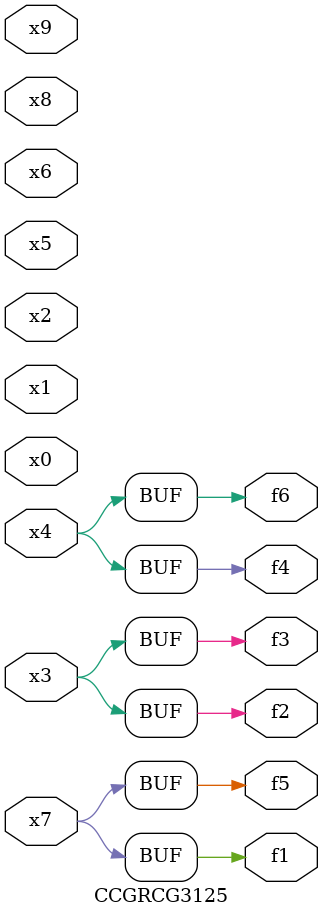
<source format=v>
module CCGRCG3125(
	input x0, x1, x2, x3, x4, x5, x6, x7, x8, x9,
	output f1, f2, f3, f4, f5, f6
);
	assign f1 = x7;
	assign f2 = x3;
	assign f3 = x3;
	assign f4 = x4;
	assign f5 = x7;
	assign f6 = x4;
endmodule

</source>
